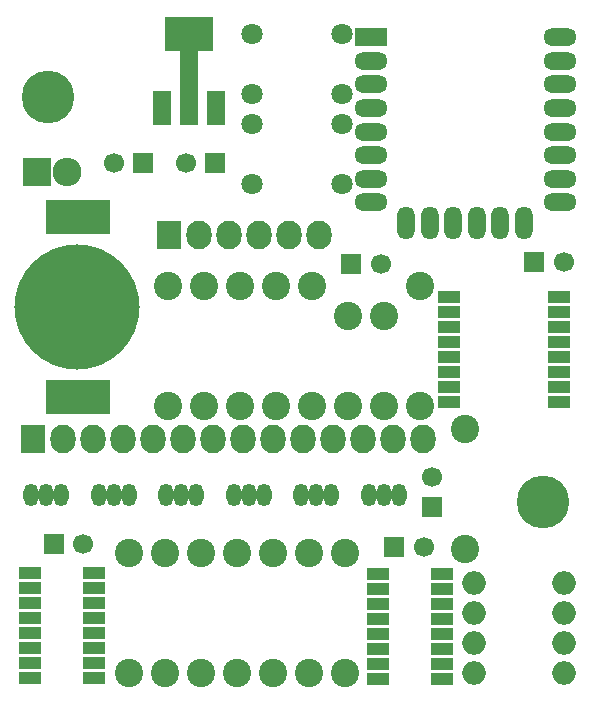
<source format=gbr>
G04 #@! TF.FileFunction,Soldermask,Top*
%FSLAX46Y46*%
G04 Gerber Fmt 4.6, Leading zero omitted, Abs format (unit mm)*
G04 Created by KiCad (PCBNEW 4.0.2-stable) date Monday, September 19, 2016 'PMt' 09:37:39 PM*
%MOMM*%
G01*
G04 APERTURE LIST*
%ADD10C,0.100000*%
%ADD11R,5.500320X2.899360*%
%ADD12C,10.600640*%
%ADD13C,4.464000*%
%ADD14O,2.000000X2.000000*%
%ADD15R,1.700000X1.700000*%
%ADD16C,1.700000*%
%ADD17R,2.432000X2.432000*%
%ADD18O,2.432000X2.432000*%
%ADD19R,2.127200X2.432000*%
%ADD20O,2.127200X2.432000*%
%ADD21O,1.299160X1.901140*%
%ADD22C,2.398980*%
%ADD23C,1.797000*%
%ADD24R,1.900000X1.000000*%
%ADD25O,1.500000X2.800000*%
%ADD26R,2.800000X1.500000*%
%ADD27O,2.800000X1.500000*%
%ADD28R,1.650000X2.950000*%
%ADD29R,1.650000X9.150000*%
%ADD30R,4.050000X2.950000*%
G04 APERTURE END LIST*
D10*
D11*
X127000060Y-121950480D03*
D12*
X126901000Y-114300000D03*
D11*
X127000060Y-106649520D03*
D13*
X166370000Y-130810000D03*
D14*
X160528000Y-137668000D03*
X160528000Y-140208000D03*
X160528000Y-142748000D03*
X160528000Y-145288000D03*
X168148000Y-145288000D03*
X168148000Y-142748000D03*
X168148000Y-140208000D03*
X168148000Y-137668000D03*
D15*
X165648000Y-110490000D03*
D16*
X168148000Y-110490000D03*
D15*
X150154000Y-110617000D03*
D16*
X152654000Y-110617000D03*
D15*
X138644000Y-102108000D03*
D16*
X136144000Y-102108000D03*
D15*
X132548000Y-102108000D03*
D16*
X130048000Y-102108000D03*
D15*
X153797000Y-134620000D03*
D16*
X156297000Y-134620000D03*
D15*
X124968000Y-134366000D03*
D16*
X127468000Y-134366000D03*
D15*
X156972000Y-131191000D03*
D16*
X156972000Y-128691000D03*
D17*
X123571000Y-102870000D03*
D18*
X126111000Y-102870000D03*
D19*
X134747000Y-108204000D03*
D20*
X137287000Y-108204000D03*
X139827000Y-108204000D03*
X142367000Y-108204000D03*
X144907000Y-108204000D03*
X147447000Y-108204000D03*
D19*
X123190000Y-125476000D03*
D20*
X125730000Y-125476000D03*
X128270000Y-125476000D03*
X130810000Y-125476000D03*
X133350000Y-125476000D03*
X135890000Y-125476000D03*
X138430000Y-125476000D03*
X140970000Y-125476000D03*
X143510000Y-125476000D03*
X146050000Y-125476000D03*
X148590000Y-125476000D03*
X151130000Y-125476000D03*
X153670000Y-125476000D03*
X156210000Y-125476000D03*
D21*
X124333000Y-130175000D03*
X125603000Y-130175000D03*
X123063000Y-130175000D03*
X130048000Y-130175000D03*
X131318000Y-130175000D03*
X128778000Y-130175000D03*
X135763000Y-130175000D03*
X137033000Y-130175000D03*
X134493000Y-130175000D03*
X141478000Y-130175000D03*
X142748000Y-130175000D03*
X140208000Y-130175000D03*
X147193000Y-130175000D03*
X148463000Y-130175000D03*
X145923000Y-130175000D03*
X152908000Y-130175000D03*
X154178000Y-130175000D03*
X151638000Y-130175000D03*
D22*
X155956000Y-122682000D03*
X155956000Y-112522000D03*
X134620000Y-122682000D03*
X134620000Y-112522000D03*
X137668000Y-122682000D03*
X137668000Y-112522000D03*
X140716000Y-122682000D03*
X140716000Y-112522000D03*
X143764000Y-122682000D03*
X143764000Y-112522000D03*
X146812000Y-122682000D03*
X146812000Y-112522000D03*
X149860000Y-122682000D03*
X149860000Y-115062000D03*
X152908000Y-122682000D03*
X152908000Y-115062000D03*
X159766000Y-124587000D03*
X159766000Y-134747000D03*
X131318000Y-145288000D03*
X131318000Y-135128000D03*
X134366000Y-135128000D03*
X134366000Y-145288000D03*
X137414000Y-135128000D03*
X137414000Y-145288000D03*
X140462000Y-135128000D03*
X140462000Y-145288000D03*
X143510000Y-135128000D03*
X143510000Y-145288000D03*
X146558000Y-135128000D03*
X146558000Y-145288000D03*
X149606000Y-135128000D03*
X149606000Y-145288000D03*
D23*
X149352000Y-98806000D03*
X149352000Y-103886000D03*
X141732000Y-98806000D03*
X141732000Y-103886000D03*
X149352000Y-91186000D03*
X149352000Y-96266000D03*
X141732000Y-91186000D03*
X141732000Y-96266000D03*
D24*
X158418000Y-113411000D03*
X158418000Y-114681000D03*
X158418000Y-115951000D03*
X158418000Y-117221000D03*
X158418000Y-118491000D03*
X158418000Y-119761000D03*
X158418000Y-121031000D03*
X158418000Y-122301000D03*
X167718000Y-122301000D03*
X167718000Y-121031000D03*
X167718000Y-119761000D03*
X167718000Y-118491000D03*
X167718000Y-117221000D03*
X167718000Y-115951000D03*
X167718000Y-114681000D03*
X167718000Y-113411000D03*
D25*
X154782000Y-107188000D03*
X156782000Y-107188000D03*
X158782000Y-107188000D03*
X160782000Y-107188000D03*
X162782000Y-107188000D03*
X164782000Y-107188000D03*
D26*
X151792000Y-91438000D03*
D27*
X151792000Y-93438000D03*
X151792000Y-95438000D03*
X151792000Y-97438000D03*
X151792000Y-99438000D03*
X151792000Y-101438000D03*
X151792000Y-103438000D03*
X151792000Y-105438000D03*
X167792000Y-105438000D03*
X167792000Y-103438000D03*
X167792000Y-101438000D03*
X167792000Y-99438000D03*
X167792000Y-97438000D03*
X167792000Y-95438000D03*
X167792000Y-93438000D03*
X167792000Y-91438000D03*
D24*
X152400000Y-136906000D03*
X152400000Y-138176000D03*
X152400000Y-139446000D03*
X152400000Y-140716000D03*
X152400000Y-141986000D03*
X152400000Y-143256000D03*
X152400000Y-144526000D03*
X152400000Y-145796000D03*
X157800000Y-145796000D03*
X157800000Y-144526000D03*
X157800000Y-143256000D03*
X157800000Y-141986000D03*
X157800000Y-140716000D03*
X157800000Y-139446000D03*
X157800000Y-138176000D03*
X157800000Y-136906000D03*
X128336000Y-145669000D03*
X128336000Y-144399000D03*
X128336000Y-143129000D03*
X128336000Y-141859000D03*
X128336000Y-140589000D03*
X128336000Y-139319000D03*
X128336000Y-138049000D03*
X128336000Y-136779000D03*
X122936000Y-136779000D03*
X122936000Y-138049000D03*
X122936000Y-139319000D03*
X122936000Y-140589000D03*
X122936000Y-141859000D03*
X122936000Y-143129000D03*
X122936000Y-144399000D03*
X122936000Y-145669000D03*
D28*
X134084000Y-97409000D03*
D29*
X136384000Y-94309000D03*
D28*
X138684000Y-97409000D03*
D30*
X136384000Y-91209000D03*
D13*
X124460000Y-96520000D03*
M02*

</source>
